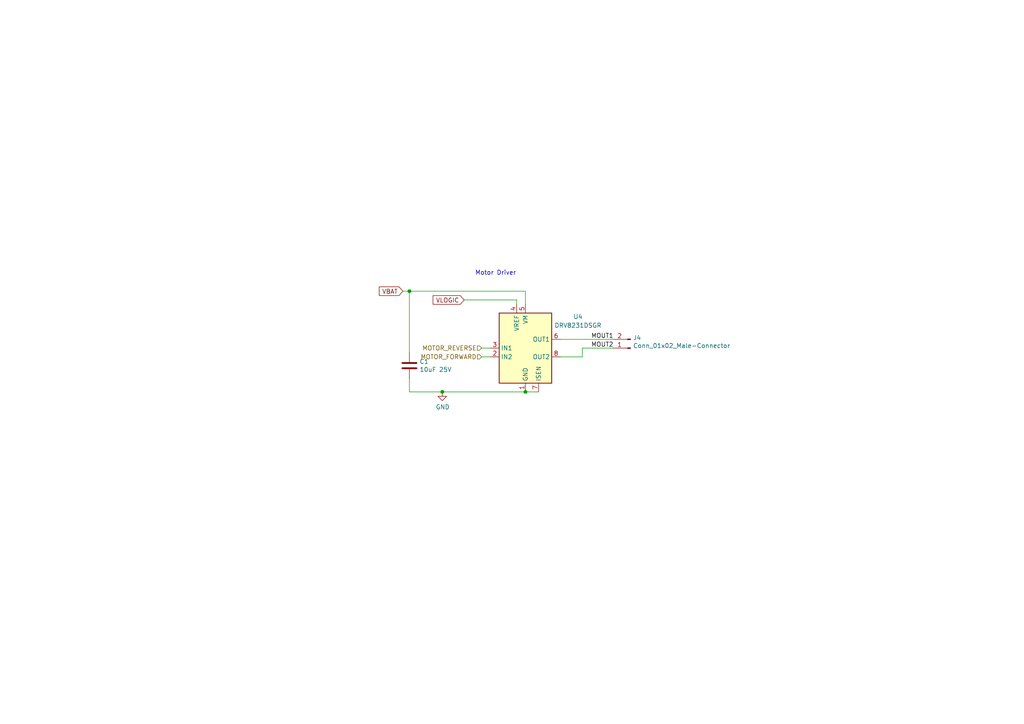
<source format=kicad_sch>
(kicad_sch (version 20230121) (generator eeschema)
  (paper "A4")
  (lib_symbols
    (symbol "drv8231:DRV8231"
      (property "Reference" "U" (at 6.35 11.43 0))
      (property "Value" "DRV8231" (at -10.16 11.43 0))
      (symbol "DRV8231_0_1"
        (rectangle (start -7.62 10.16) (end 7.62 -10.16) (stroke (width 0.254)) (fill (type background)))
      )
      (symbol "DRV8231_1_1"
        (pin power_in line (at 0 -12.7 90) (length 2.54) (name "GND") (number "1"))
        (pin input line (at -10.16 -2.54 0) (length 2.54) (name "IN2") (number "2"))
        (pin input line (at -10.16 0 0) (length 2.54) (name "IN1") (number "3"))
        (pin power_in line (at -2.54 12.7 270) (length 2.54) (name "VREF") (number "4"))
        (pin power_in line (at 0 12.7 270) (length 2.54) (name "VM") (number "5"))
        (pin output line (at 10.16 2.54 180) (length 2.54) (name "OUT1") (number "6"))
        (pin power_in line (at 3.81 -12.7 90) (length 2.54) (name "ISEN") (number "7"))
        (pin output line (at 10.16 -2.54 180) (length 2.54) (name "OUT2") (number "8"))
        (pin passive line (at 0 -12.7 90) (length 2.54) hide (name "GND") (number "9"))
      )
    )
    (symbol "malenki-nano-rescue:C-Device" (pin_numbers hide) (pin_names (offset 0.254))
      (property "Reference" "C" (at 0.635 2.54 0))
      (property "Value" "C-Device" (at 0.635 -2.54 0))
      (symbol "C-Device_0_1"
        (polyline (pts (xy -2.032 -0.762) (xy 2.032 -0.762)) (stroke (width 0.508)))
        (polyline (pts (xy -2.032 0.762) (xy 2.032 0.762)) (stroke (width 0.508)))
      )
      (symbol "C-Device_1_1"
        (pin passive line (at 0 3.81 270) (length 2.794) (name "~") (number "1"))
        (pin passive line (at 0 -3.81 90) (length 2.794) (name "~") (number "2"))
      )
    )
    (symbol "malenki-nano-rescue:Conn_01x02_Male-Connector" (pin_names (offset 1.016) hide)
      (property "Reference" "J" (at 0 2.54 0))
      (property "Value" "Conn_01x02_Male-Connector" (at 0 -5.08 0))
      (symbol "Conn_01x02_Male-Connector_1_1"
        (polyline (pts (xy 1.27 -2.54) (xy 0.8636 -2.54)) (stroke (width 0.1524)))
        (polyline (pts (xy 1.27 0) (xy 0.8636 0)) (stroke (width 0.1524)))
        (rectangle (start 0.8636 -2.413) (end 0 -2.667) (stroke (width 0.1524)) (fill (type outline)))
        (rectangle (start 0.8636 0.127) (end 0 -0.127) (stroke (width 0.1524)) (fill (type outline)))
        (pin passive line (at 5.08 0 180) (length 3.81) (name "Pin_1") (number "1"))
        (pin passive line (at 5.08 -2.54 180) (length 3.81) (name "Pin_2") (number "2"))
      )
    )
    (symbol "malenki-nano-rescue:GND-power" (power) (pin_names (offset 0))
      (property "Value" "GND-power" (at 0 -3.81 0))
      (symbol "GND-power_0_1"
        (polyline (pts (xy 0 0) (xy 0 -1.27) (xy 1.27 -1.27) (xy 0 -2.54) (xy -1.27 -1.27) (xy 0 -1.27)))
      )
      (symbol "GND-power_1_1"
        (pin power_in line (at 0 0 270) (length 0) hide (name "GND") (number "1"))
      )
    )
  )
  (junction (at 118.745 84.455))
  (junction (at 128.27 113.665))
  (junction (at 152.4 113.665))
  (wire (pts (xy 168.91 103.505) (xy 162.56 103.505)))
  (wire (pts (xy 168.91 100.965) (xy 168.91 103.505)))
  (wire (pts (xy 128.27 113.665) (xy 152.4 113.665)))
  (wire (pts (xy 142.24 100.965) (xy 139.7 100.965)))
  (wire (pts (xy 152.4 88.265) (xy 152.4 84.455)))
  (wire (pts (xy 118.745 84.455) (xy 118.745 102.235)))
  (wire (pts (xy 142.24 103.505) (xy 139.7 103.505)))
  (wire (pts (xy 162.56 98.425) (xy 177.8 98.425)))
  (wire (pts (xy 128.27 113.665) (xy 118.745 113.665)))
  (wire (pts (xy 116.84 84.455) (xy 118.745 84.455)))
  (wire (pts (xy 177.8 100.965) (xy 168.91 100.965)))
  (wire (pts (xy 118.745 109.855) (xy 118.745 113.665)))
  (wire (pts (xy 149.86 88.265) (xy 149.86 86.995)))
  (wire (pts (xy 152.4 113.665) (xy 156.21 113.665)))
  (wire (pts (xy 118.745 84.455) (xy 152.4 84.455)))
  (wire (pts (xy 134.62 86.995) (xy 149.86 86.995)))
  (text "Motor Driver" (at 137.795 80.01 0) (effects (font (size 1.27 1.27)) (justify left bottom)))
  (label "MOUT1" (at 171.45 98.425 0))
  (label "MOUT2" (at 171.45 100.965 0))
  (global_label "VBAT" (shape input) (at 116.84 84.455 180) (property "Intersheetrefs" "${INTERSHEET_REFS}" (effects hide)))
  (global_label "VLOGIC" (shape input) (at 134.62 86.995 180) (property "Intersheetrefs" "${INTERSHEET_REFS}" (effects hide)))
  (hierarchical_label "MOTOR_FORWARD" (shape input) (at 139.7 103.505 180))
  (hierarchical_label "MOTOR_REVERSE" (shape input) (at 139.7 100.965 180))
  (symbol (lib_id "malenki-nano-rescue:C-Device") (at 118.745 106.045 0) (unit 1)
    (property "Reference" "C1" (at 121.666 104.8766 0) (effects (justify left)))
    (property "Value" "10uF 25V" (at 121.666 107.188 0) (effects (justify left)))
    (property "Footprint" "Capacitor_SMD:C_0603_1608Metric" (effects hide))
    (property "LCSC" "C96446" (effects hide))
    (property "Manufacturer" "Samsung" (effects hide))
    (instances (project "motor_driver" (path "" (reference "C1") (unit 1))) (project "malenki-hv" (path "" (reference "C1") (unit 1)) (path "" (reference "C32") (unit 1)) (path "" (reference "C33") (unit 1))))
  )
  (symbol (lib_id "malenki-nano-rescue:GND-power") (at 128.27 113.665 0) (unit 1)
    (property "Reference" "#PWR01" (effects hide))
    (property "Value" "GND" (at 128.397 118.0592 0))
    (instances (project "motor_driver" (path "" (reference "#PWR01") (unit 1))) (project "malenki-hv" (path "" (reference "#PWR01") (unit 1)) (path "" (reference "#PWR041") (unit 1)) (path "" (reference "#PWR042") (unit 1))))
  )
  (symbol (lib_id "drv8231:DRV8231") (at 152.4 100.965 0) (unit 1)
    (property "Reference" "U4" (at 167.64 91.8462 0))
    (property "Value" "DRV8231DSGR" (at 167.64 94.3862 0))
    (property "Footprint" "Package_SON:WSON-8-1EP_2x2mm_P0.5mm_EP0.9x1.6mm" (effects hide))
    (property "LCSC" "C3681197" (effects hide))
    (instances (project "motor_driver" (path "" (reference "U4") (unit 1))) (project "malenki-hv" (path "" (reference "U4") (unit 1)) (path "" (reference "U13") (unit 1)) (path "" (reference "U14") (unit 1))))
  )
  (symbol (lib_id "malenki-nano-rescue:Conn_01x02_Male-Connector") (at 182.88 100.965 180) (unit 1) (in_bom no)
    (property "Reference" "J4" (at 183.5912 97.9678 0) (effects (justify right)))
    (property "Value" "Conn_01x02_Male-Connector" (at 183.5912 100.2792 0) (effects (justify right)))
    (property "Footprint" "malenki-nano:PinHeader_1x02_P2.54mm_BIG1" (effects hide))
    (instances (project "motor_driver" (path "" (reference "J4") (unit 1))) (project "malenki-hv" (path "" (reference "J4") (unit 1)) (path "" (reference "J4") (unit 1)) (path "" (reference "J5") (unit 1))))
  )
)
</source>
